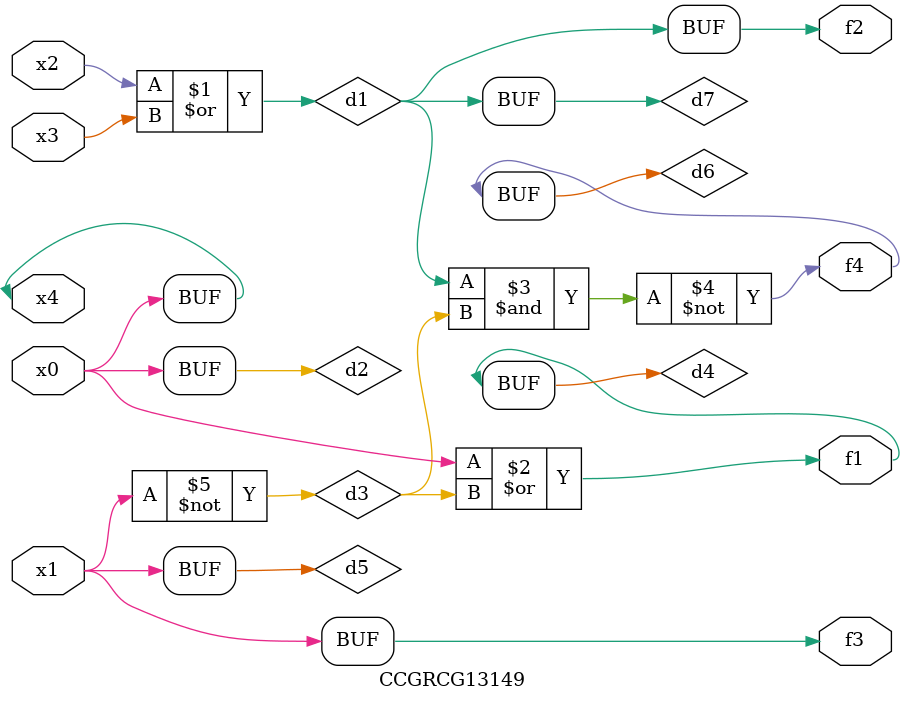
<source format=v>
module CCGRCG13149(
	input x0, x1, x2, x3, x4,
	output f1, f2, f3, f4
);

	wire d1, d2, d3, d4, d5, d6, d7;

	or (d1, x2, x3);
	buf (d2, x0, x4);
	not (d3, x1);
	or (d4, d2, d3);
	not (d5, d3);
	nand (d6, d1, d3);
	or (d7, d1);
	assign f1 = d4;
	assign f2 = d7;
	assign f3 = d5;
	assign f4 = d6;
endmodule

</source>
